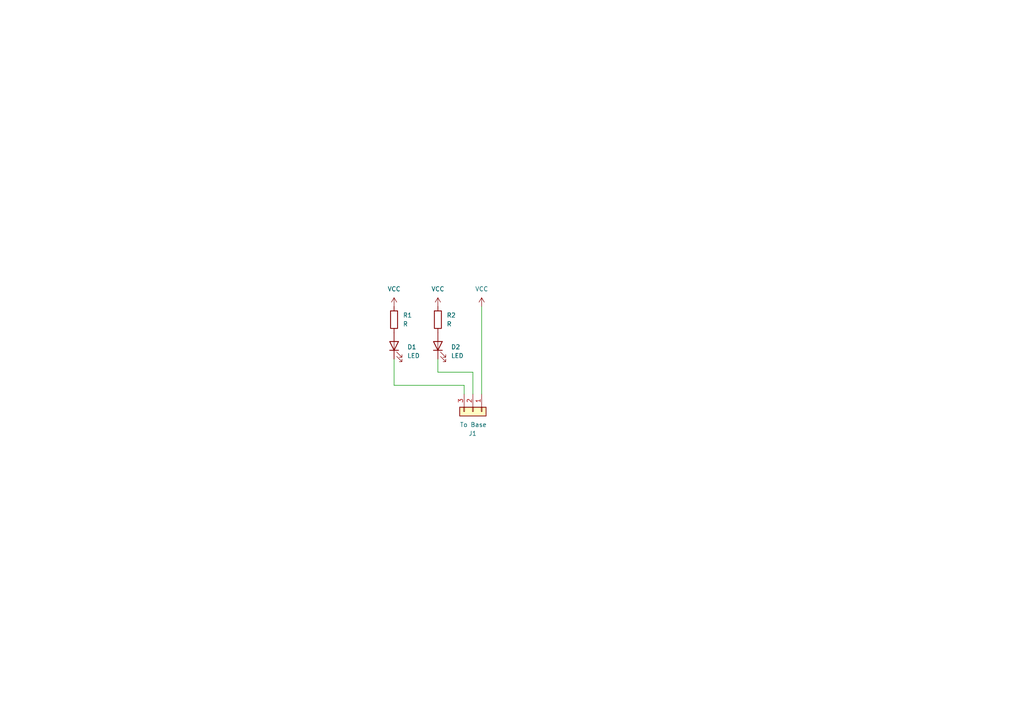
<source format=kicad_sch>
(kicad_sch (version 20230121) (generator eeschema)
  (paper "A4")
  (lib_symbols
    (symbol "Connector_Generic:Conn_01x03" (pin_names (offset 1.016) hide)
      (property "Reference" "J" (at 0 5.08 0))
      (property "Value" "Conn_01x03" (at 0 -5.08 0))
      (symbol "Conn_01x03_1_1"
        (rectangle (start -1.27 -2.413) (end 0 -2.667) (stroke (width 0.1524)))
        (rectangle (start -1.27 0.127) (end 0 -0.127) (stroke (width 0.1524)))
        (rectangle (start -1.27 2.667) (end 0 2.413) (stroke (width 0.1524)))
        (rectangle (start -1.27 3.81) (end 1.27 -3.81) (stroke (width 0.254)) (fill (type background)))
        (pin passive line (at -5.08 2.54 0) (length 3.81) (name "Pin_1") (number "1"))
        (pin passive line (at -5.08 0 0) (length 3.81) (name "Pin_2") (number "2"))
        (pin passive line (at -5.08 -2.54 0) (length 3.81) (name "Pin_3") (number "3"))
      )
    )
    (symbol "Device:LED" (pin_numbers hide) (pin_names (offset 1.016) hide)
      (property "Reference" "D" (at 0 2.54 0))
      (property "Value" "LED" (at 0 -2.54 0))
      (symbol "LED_0_1"
        (polyline (pts (xy -1.27 -1.27) (xy -1.27 1.27)) (stroke (width 0.254)))
        (polyline (pts (xy -1.27 0) (xy 1.27 0)))
        (polyline (pts (xy 1.27 -1.27) (xy 1.27 1.27) (xy -1.27 0) (xy 1.27 -1.27)) (stroke (width 0.254)))
        (polyline (pts (xy -3.048 -0.762) (xy -4.572 -2.286) (xy -3.81 -2.286) (xy -4.572 -2.286) (xy -4.572 -1.524)))
        (polyline (pts (xy -1.778 -0.762) (xy -3.302 -2.286) (xy -2.54 -2.286) (xy -3.302 -2.286) (xy -3.302 -1.524)))
      )
      (symbol "LED_1_1"
        (pin passive line (at -3.81 0 0) (length 2.54) (name "K") (number "1"))
        (pin passive line (at 3.81 0 180) (length 2.54) (name "A") (number "2"))
      )
    )
    (symbol "Device:R" (pin_numbers hide) (pin_names (offset 0))
      (property "Reference" "R" (at 2.032 0 90))
      (property "Value" "R" (at 0 0 90))
      (symbol "R_0_1"
        (rectangle (start -1.016 -2.54) (end 1.016 2.54) (stroke (width 0.254)))
      )
      (symbol "R_1_1"
        (pin passive line (at 0 3.81 270) (length 1.27) (name "~") (number "1"))
        (pin passive line (at 0 -3.81 90) (length 1.27) (name "~") (number "2"))
      )
    )
    (symbol "power:VCC" (power) (pin_names (offset 0))
      (property "Value" "VCC" (at 0 3.81 0))
      (symbol "VCC_0_1"
        (polyline (pts (xy -0.762 1.27) (xy 0 2.54)))
        (polyline (pts (xy 0 0) (xy 0 2.54)))
        (polyline (pts (xy 0 2.54) (xy 0.762 1.27)))
      )
      (symbol "VCC_1_1"
        (pin power_in line (at 0 0 90) (length 0) hide (name "VCC") (number "1"))
      )
    )
  )
  (wire (pts (xy 134.62 111.76) (xy 134.62 114.3)))
  (wire (pts (xy 127 107.95) (xy 137.16 107.95)))
  (wire (pts (xy 137.16 107.95) (xy 137.16 114.3)))
  (wire (pts (xy 114.3 111.76) (xy 114.3 104.14)))
  (wire (pts (xy 139.7 88.9) (xy 139.7 114.3)))
  (wire (pts (xy 127 104.14) (xy 127 107.95)))
  (wire (pts (xy 114.3 111.76) (xy 134.62 111.76)))
  (symbol (lib_id "power:VCC") (at 114.3 88.9 0) (unit 1)
    (property "Reference" "#PWR01" (effects hide))
    (property "Value" "VCC" (at 114.3 83.82 0))
  )
  (symbol (lib_id "power:VCC") (at 127 88.9 0) (unit 1)
    (property "Reference" "#PWR02" (effects hide))
    (property "Value" "VCC" (at 127 83.82 0))
  )
  (symbol (lib_id "Device:R") (at 114.3 92.71 0) (unit 1)
    (property "Reference" "R1" (at 116.84 91.44 0) (effects (justify left)))
    (property "Value" "R" (at 116.84 93.98 0) (effects (justify left)))
    (property "Footprint" "Resistor_SMD:R_1206_3216Metric" (effects hide))
  )
  (symbol (lib_id "Device:LED") (at 114.3 100.33 90) (unit 1)
    (property "Reference" "D1" (at 118.11 100.6475 90) (effects (justify right)))
    (property "Value" "LED" (at 118.11 103.1875 90) (effects (justify right)))
    (property "Footprint" "LED_SMD:LED_1210_3225Metric" (effects hide))
  )
  (symbol (lib_id "Device:LED") (at 127 100.33 90) (unit 1)
    (property "Reference" "D2" (at 130.81 100.6475 90) (effects (justify right)))
    (property "Value" "LED" (at 130.81 103.1875 90) (effects (justify right)))
    (property "Footprint" "LED_SMD:LED_1210_3225Metric" (effects hide))
  )
  (symbol (lib_id "power:VCC") (at 139.7 88.9 0) (unit 1)
    (property "Reference" "#PWR03" (effects hide))
    (property "Value" "VCC" (at 139.7 83.82 0))
  )
  (symbol (lib_id "Device:R") (at 127 92.71 0) (unit 1)
    (property "Reference" "R2" (at 129.54 91.44 0) (effects (justify left)))
    (property "Value" "R" (at 129.54 93.98 0) (effects (justify left)))
    (property "Footprint" "Resistor_SMD:R_1206_3216Metric" (effects hide))
  )
  (symbol (lib_id "Connector_Generic:Conn_01x03") (at 137.16 119.38 270) (unit 1)
    (property "Reference" "J1" (at 135.89 125.73 90) (effects (justify left)))
    (property "Value" "To Base" (at 133.35 123.19 90) (effects (justify left)))
    (property "Footprint" "Connector_Molex:Molex_PicoBlade_53047-0310_1x03_P1.25mm_Vertical" (effects hide))
  )
)
</source>
